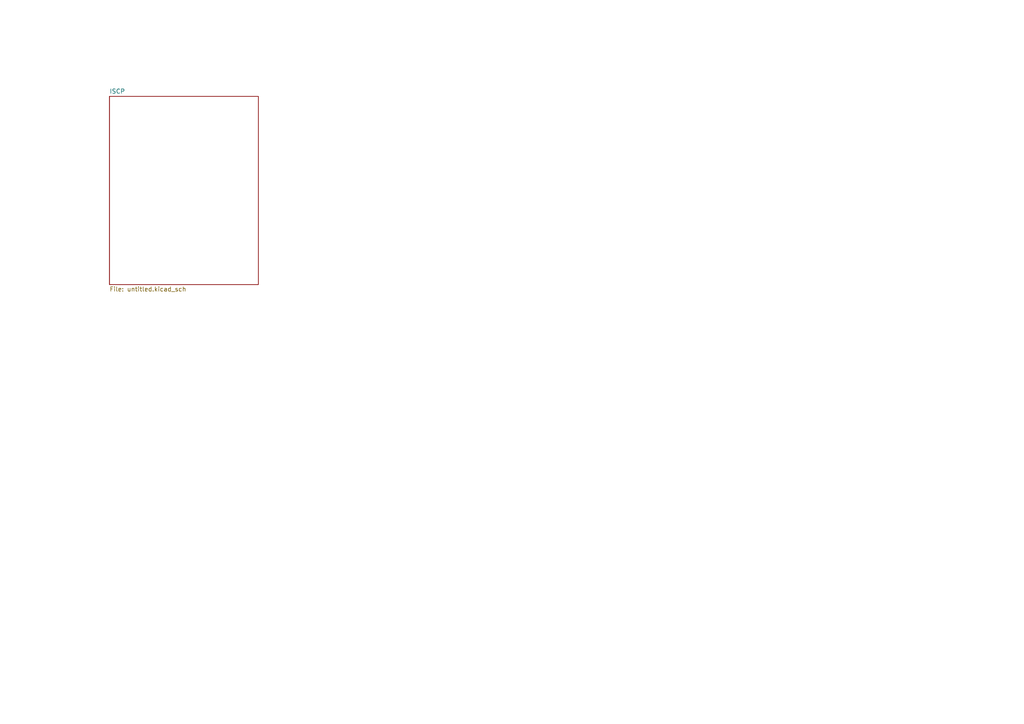
<source format=kicad_sch>
(kicad_sch (version 20230121) (generator eeschema)
  (paper "A4")
  (lib_symbols)
  (sheet (at 31.75 27.94) (size 43.18 54.61) (stroke (width 0.1524))
    (property "Sheetname" "ISCP" (at 31.75 27.2284 0) (effects (justify left bottom)))
    (property "Sheetfile" "untitled.kicad_sch" (at 31.75 83.1346 0) (effects (justify left top)))
  )
)
</source>
